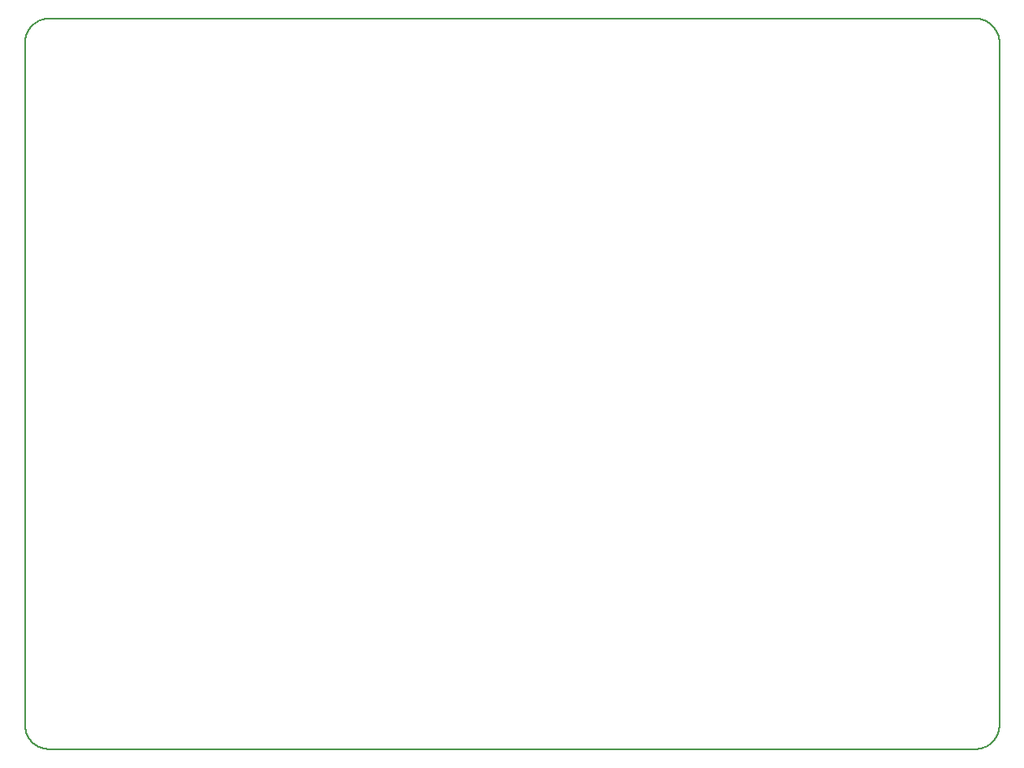
<source format=gko>
G75*
%MOIN*%
%OFA0B0*%
%FSLAX25Y25*%
%IPPOS*%
%LPD*%
%AMOC8*
5,1,8,0,0,1.08239X$1,22.5*
%
%ADD10C,0.00500*%
D10*
X0015000Y0005000D02*
X0395000Y0005000D01*
X0395242Y0005003D01*
X0395483Y0005012D01*
X0395724Y0005026D01*
X0395965Y0005047D01*
X0396205Y0005073D01*
X0396445Y0005105D01*
X0396684Y0005143D01*
X0396921Y0005186D01*
X0397158Y0005236D01*
X0397393Y0005291D01*
X0397627Y0005351D01*
X0397859Y0005418D01*
X0398090Y0005489D01*
X0398319Y0005567D01*
X0398546Y0005650D01*
X0398771Y0005738D01*
X0398994Y0005832D01*
X0399214Y0005931D01*
X0399432Y0006036D01*
X0399647Y0006145D01*
X0399860Y0006260D01*
X0400070Y0006380D01*
X0400276Y0006505D01*
X0400480Y0006635D01*
X0400681Y0006770D01*
X0400878Y0006910D01*
X0401072Y0007054D01*
X0401262Y0007203D01*
X0401448Y0007357D01*
X0401631Y0007515D01*
X0401810Y0007677D01*
X0401985Y0007844D01*
X0402156Y0008015D01*
X0402323Y0008190D01*
X0402485Y0008369D01*
X0402643Y0008552D01*
X0402797Y0008738D01*
X0402946Y0008928D01*
X0403090Y0009122D01*
X0403230Y0009319D01*
X0403365Y0009520D01*
X0403495Y0009724D01*
X0403620Y0009930D01*
X0403740Y0010140D01*
X0403855Y0010353D01*
X0403964Y0010568D01*
X0404069Y0010786D01*
X0404168Y0011006D01*
X0404262Y0011229D01*
X0404350Y0011454D01*
X0404433Y0011681D01*
X0404511Y0011910D01*
X0404582Y0012141D01*
X0404649Y0012373D01*
X0404709Y0012607D01*
X0404764Y0012842D01*
X0404814Y0013079D01*
X0404857Y0013316D01*
X0404895Y0013555D01*
X0404927Y0013795D01*
X0404953Y0014035D01*
X0404974Y0014276D01*
X0404988Y0014517D01*
X0404997Y0014758D01*
X0405000Y0015000D01*
X0405000Y0295000D01*
X0404997Y0295242D01*
X0404988Y0295483D01*
X0404974Y0295724D01*
X0404953Y0295965D01*
X0404927Y0296205D01*
X0404895Y0296445D01*
X0404857Y0296684D01*
X0404814Y0296921D01*
X0404764Y0297158D01*
X0404709Y0297393D01*
X0404649Y0297627D01*
X0404582Y0297859D01*
X0404511Y0298090D01*
X0404433Y0298319D01*
X0404350Y0298546D01*
X0404262Y0298771D01*
X0404168Y0298994D01*
X0404069Y0299214D01*
X0403964Y0299432D01*
X0403855Y0299647D01*
X0403740Y0299860D01*
X0403620Y0300070D01*
X0403495Y0300276D01*
X0403365Y0300480D01*
X0403230Y0300681D01*
X0403090Y0300878D01*
X0402946Y0301072D01*
X0402797Y0301262D01*
X0402643Y0301448D01*
X0402485Y0301631D01*
X0402323Y0301810D01*
X0402156Y0301985D01*
X0401985Y0302156D01*
X0401810Y0302323D01*
X0401631Y0302485D01*
X0401448Y0302643D01*
X0401262Y0302797D01*
X0401072Y0302946D01*
X0400878Y0303090D01*
X0400681Y0303230D01*
X0400480Y0303365D01*
X0400276Y0303495D01*
X0400070Y0303620D01*
X0399860Y0303740D01*
X0399647Y0303855D01*
X0399432Y0303964D01*
X0399214Y0304069D01*
X0398994Y0304168D01*
X0398771Y0304262D01*
X0398546Y0304350D01*
X0398319Y0304433D01*
X0398090Y0304511D01*
X0397859Y0304582D01*
X0397627Y0304649D01*
X0397393Y0304709D01*
X0397158Y0304764D01*
X0396921Y0304814D01*
X0396684Y0304857D01*
X0396445Y0304895D01*
X0396205Y0304927D01*
X0395965Y0304953D01*
X0395724Y0304974D01*
X0395483Y0304988D01*
X0395242Y0304997D01*
X0395000Y0305000D01*
X0015000Y0305000D01*
X0014758Y0304997D01*
X0014517Y0304988D01*
X0014276Y0304974D01*
X0014035Y0304953D01*
X0013795Y0304927D01*
X0013555Y0304895D01*
X0013316Y0304857D01*
X0013079Y0304814D01*
X0012842Y0304764D01*
X0012607Y0304709D01*
X0012373Y0304649D01*
X0012141Y0304582D01*
X0011910Y0304511D01*
X0011681Y0304433D01*
X0011454Y0304350D01*
X0011229Y0304262D01*
X0011006Y0304168D01*
X0010786Y0304069D01*
X0010568Y0303964D01*
X0010353Y0303855D01*
X0010140Y0303740D01*
X0009930Y0303620D01*
X0009724Y0303495D01*
X0009520Y0303365D01*
X0009319Y0303230D01*
X0009122Y0303090D01*
X0008928Y0302946D01*
X0008738Y0302797D01*
X0008552Y0302643D01*
X0008369Y0302485D01*
X0008190Y0302323D01*
X0008015Y0302156D01*
X0007844Y0301985D01*
X0007677Y0301810D01*
X0007515Y0301631D01*
X0007357Y0301448D01*
X0007203Y0301262D01*
X0007054Y0301072D01*
X0006910Y0300878D01*
X0006770Y0300681D01*
X0006635Y0300480D01*
X0006505Y0300276D01*
X0006380Y0300070D01*
X0006260Y0299860D01*
X0006145Y0299647D01*
X0006036Y0299432D01*
X0005931Y0299214D01*
X0005832Y0298994D01*
X0005738Y0298771D01*
X0005650Y0298546D01*
X0005567Y0298319D01*
X0005489Y0298090D01*
X0005418Y0297859D01*
X0005351Y0297627D01*
X0005291Y0297393D01*
X0005236Y0297158D01*
X0005186Y0296921D01*
X0005143Y0296684D01*
X0005105Y0296445D01*
X0005073Y0296205D01*
X0005047Y0295965D01*
X0005026Y0295724D01*
X0005012Y0295483D01*
X0005003Y0295242D01*
X0005000Y0295000D01*
X0005000Y0015000D01*
X0005003Y0014758D01*
X0005012Y0014517D01*
X0005026Y0014276D01*
X0005047Y0014035D01*
X0005073Y0013795D01*
X0005105Y0013555D01*
X0005143Y0013316D01*
X0005186Y0013079D01*
X0005236Y0012842D01*
X0005291Y0012607D01*
X0005351Y0012373D01*
X0005418Y0012141D01*
X0005489Y0011910D01*
X0005567Y0011681D01*
X0005650Y0011454D01*
X0005738Y0011229D01*
X0005832Y0011006D01*
X0005931Y0010786D01*
X0006036Y0010568D01*
X0006145Y0010353D01*
X0006260Y0010140D01*
X0006380Y0009930D01*
X0006505Y0009724D01*
X0006635Y0009520D01*
X0006770Y0009319D01*
X0006910Y0009122D01*
X0007054Y0008928D01*
X0007203Y0008738D01*
X0007357Y0008552D01*
X0007515Y0008369D01*
X0007677Y0008190D01*
X0007844Y0008015D01*
X0008015Y0007844D01*
X0008190Y0007677D01*
X0008369Y0007515D01*
X0008552Y0007357D01*
X0008738Y0007203D01*
X0008928Y0007054D01*
X0009122Y0006910D01*
X0009319Y0006770D01*
X0009520Y0006635D01*
X0009724Y0006505D01*
X0009930Y0006380D01*
X0010140Y0006260D01*
X0010353Y0006145D01*
X0010568Y0006036D01*
X0010786Y0005931D01*
X0011006Y0005832D01*
X0011229Y0005738D01*
X0011454Y0005650D01*
X0011681Y0005567D01*
X0011910Y0005489D01*
X0012141Y0005418D01*
X0012373Y0005351D01*
X0012607Y0005291D01*
X0012842Y0005236D01*
X0013079Y0005186D01*
X0013316Y0005143D01*
X0013555Y0005105D01*
X0013795Y0005073D01*
X0014035Y0005047D01*
X0014276Y0005026D01*
X0014517Y0005012D01*
X0014758Y0005003D01*
X0015000Y0005000D01*
M02*

</source>
